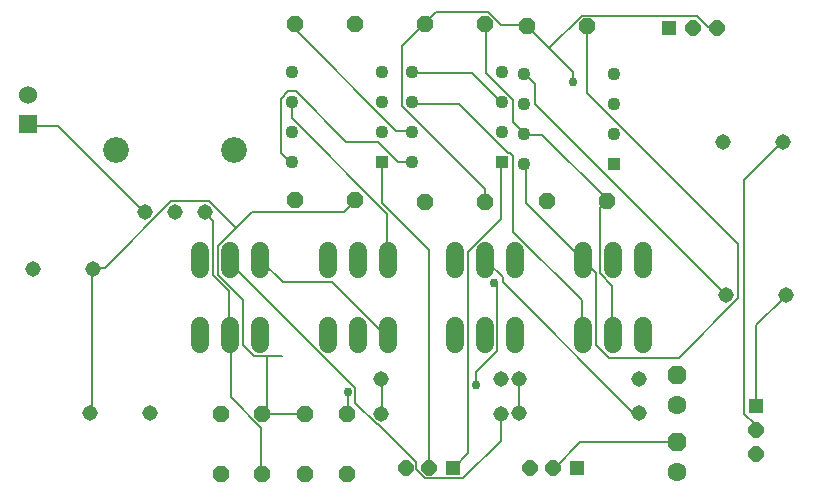
<source format=gbr>
G04 EAGLE Gerber RS-274X export*
G75*
%MOMM*%
%FSLAX34Y34*%
%LPD*%
%INBottom Copper*%
%IPPOS*%
%AMOC8*
5,1,8,0,0,1.08239X$1,22.5*%
G01*
%ADD10C,1.524000*%
%ADD11P,1.429621X8X202.500000*%
%ADD12P,1.429621X8X22.500000*%
%ADD13P,1.732040X8X112.500000*%
%ADD14C,1.600200*%
%ADD15R,1.524000X1.524000*%
%ADD16C,1.524000*%
%ADD17R,1.300000X1.300000*%
%ADD18P,1.407107X8X22.500000*%
%ADD19P,1.407107X8X202.500000*%
%ADD20P,1.407107X8X112.500000*%
%ADD21R,1.108000X1.108000*%
%ADD22C,1.108000*%
%ADD23C,1.308000*%
%ADD24C,2.175000*%
%ADD25P,1.429621X8X112.500000*%
%ADD26C,0.152400*%
%ADD27C,0.756400*%


D10*
X556150Y205920D02*
X556150Y190680D01*
X530750Y190680D02*
X530750Y205920D01*
X505350Y205920D02*
X505350Y190680D01*
X448200Y190680D02*
X448200Y205920D01*
X422800Y205920D02*
X422800Y190680D01*
X397400Y190680D02*
X397400Y205920D01*
X340250Y205920D02*
X340250Y190680D01*
X314850Y190680D02*
X314850Y205920D01*
X289450Y205920D02*
X289450Y190680D01*
X232300Y190680D02*
X232300Y205920D01*
X206900Y205920D02*
X206900Y190680D01*
X181500Y190680D02*
X181500Y205920D01*
D11*
X422500Y247500D03*
X371700Y247500D03*
X422500Y398300D03*
X371700Y398300D03*
X312500Y249100D03*
X261700Y249100D03*
D12*
X261400Y398800D03*
X312200Y398800D03*
D13*
X585200Y101200D03*
D14*
X585200Y75800D03*
D13*
X584740Y44850D03*
D14*
X584740Y19450D03*
D12*
X475050Y248660D03*
X525850Y248660D03*
D11*
X508600Y396400D03*
X457800Y396400D03*
D15*
X35910Y313530D03*
D16*
X35910Y338530D03*
D17*
X395300Y22800D03*
D18*
X375300Y22800D03*
X355300Y22800D03*
D17*
X578700Y395300D03*
D19*
X598700Y395300D03*
X618700Y395300D03*
D17*
X500300Y22600D03*
D18*
X480300Y22600D03*
X460300Y22600D03*
D17*
X651900Y74600D03*
D20*
X651900Y54600D03*
X651900Y34600D03*
D10*
X505350Y127180D02*
X505350Y142420D01*
X530750Y142420D02*
X530750Y127180D01*
X556150Y127180D02*
X556150Y142420D01*
X397400Y142420D02*
X397400Y127180D01*
X422800Y127180D02*
X422800Y142420D01*
X448200Y142420D02*
X448200Y127180D01*
X289450Y127180D02*
X289450Y142420D01*
X314850Y142420D02*
X314850Y127180D01*
X340250Y127180D02*
X340250Y142420D01*
X181500Y142420D02*
X181500Y127180D01*
X206900Y127180D02*
X206900Y142420D01*
X232300Y142420D02*
X232300Y127180D01*
D21*
X334900Y281700D03*
D22*
X334900Y307100D03*
X334900Y332500D03*
X334900Y357900D03*
X258700Y357900D03*
X258700Y332500D03*
X258700Y307100D03*
X258700Y281700D03*
D23*
X552970Y69030D03*
X451370Y69030D03*
X451190Y97970D03*
X552790Y97970D03*
X334810Y97970D03*
X436410Y97970D03*
X436030Y68300D03*
X334430Y68300D03*
D21*
X436900Y281300D03*
D22*
X436900Y306700D03*
X436900Y332100D03*
X436900Y357500D03*
X360700Y357500D03*
X360700Y332100D03*
X360700Y306700D03*
X360700Y281300D03*
D23*
X160300Y239200D03*
X134900Y239200D03*
X185700Y239200D03*
D24*
X110300Y291700D03*
X210300Y291700D03*
D21*
X531900Y279900D03*
D22*
X531900Y305300D03*
X531900Y330700D03*
X531900Y356100D03*
X455700Y356100D03*
X455700Y330700D03*
X455700Y305300D03*
X455700Y279900D03*
D23*
X626900Y168900D03*
X677700Y168900D03*
X623900Y298900D03*
X674700Y298900D03*
X39900Y190800D03*
X90700Y190800D03*
X88200Y68900D03*
X139000Y68900D03*
D25*
X234000Y17600D03*
X234000Y68400D03*
X199000Y17600D03*
X199000Y68400D03*
X270000Y17600D03*
X270000Y68400D03*
X306000Y17600D03*
X306000Y68400D03*
D26*
X259080Y318516D02*
X259080Y332232D01*
X259080Y318516D02*
X339852Y237744D01*
X339852Y199644D01*
X259080Y332232D02*
X258700Y332500D01*
X339852Y199644D02*
X340250Y198300D01*
X339852Y135636D02*
X336804Y135636D01*
X292608Y179832D01*
X251460Y179832D01*
X233172Y198120D01*
X339852Y135636D02*
X340250Y134800D01*
X233172Y198120D02*
X232300Y198300D01*
X335280Y97536D02*
X335280Y68580D01*
X334430Y68300D01*
X335280Y97536D02*
X334810Y97970D01*
X60960Y312420D02*
X36576Y312420D01*
X60960Y312420D02*
X134112Y239268D01*
X36576Y312420D02*
X35910Y313530D01*
X134112Y239268D02*
X134900Y239200D01*
X361188Y330708D02*
X400812Y330708D01*
X441960Y289560D01*
X443484Y289560D01*
X446532Y286512D01*
X446532Y222504D01*
X504444Y164592D01*
X504444Y135636D01*
X361188Y330708D02*
X360700Y332100D01*
X504444Y135636D02*
X505350Y134800D01*
D27*
X429912Y179504D03*
D26*
X414528Y103632D02*
X414528Y92964D01*
X414528Y103632D02*
X432816Y121920D01*
X432816Y176784D01*
X431292Y178308D01*
X429912Y179504D01*
D27*
X414528Y92964D03*
D26*
X547116Y70104D02*
X551688Y70104D01*
X547116Y70104D02*
X437388Y179832D01*
X437388Y184404D01*
X423672Y198120D01*
X551688Y70104D02*
X552970Y69030D01*
X423672Y198120D02*
X422800Y198300D01*
X411480Y356616D02*
X361188Y356616D01*
X411480Y356616D02*
X435864Y332232D01*
X361188Y356616D02*
X360700Y357500D01*
X435864Y332232D02*
X436900Y332100D01*
X237744Y117020D02*
X227728Y117020D01*
X237744Y117020D02*
X250588Y117020D01*
X89916Y71628D02*
X89916Y190500D01*
X89916Y71628D02*
X88392Y70104D01*
X89916Y190500D02*
X90700Y190800D01*
X88392Y70104D02*
X88200Y68900D01*
X237744Y71628D02*
X237744Y117020D01*
X237744Y71628D02*
X234696Y68580D01*
X237744Y117020D02*
X237744Y117348D01*
X234696Y68580D02*
X234000Y68400D01*
X240792Y68580D02*
X269748Y68580D01*
X240792Y68580D02*
X237744Y71628D01*
X269748Y68580D02*
X270000Y68400D01*
X237744Y71628D02*
X234000Y68400D01*
X496824Y348996D02*
X496824Y358140D01*
X477012Y377952D02*
X458724Y396240D01*
X477012Y377952D02*
X496824Y358140D01*
X458724Y396240D02*
X457800Y396400D01*
X422148Y259080D02*
X422148Y248412D01*
X422148Y259080D02*
X352044Y329184D01*
X352044Y379476D01*
X370332Y397764D01*
X422148Y248412D02*
X422500Y247500D01*
X370332Y397764D02*
X371700Y398300D01*
X435864Y397764D02*
X457200Y397764D01*
X435864Y397764D02*
X425196Y408432D01*
X381000Y408432D01*
X371856Y399288D01*
X457200Y397764D02*
X457800Y396400D01*
X371856Y399288D02*
X371700Y398300D01*
X217932Y126492D02*
X227076Y117348D01*
X217932Y126492D02*
X217932Y164592D01*
X196596Y185928D01*
X196596Y210312D01*
X211836Y225552D02*
X225552Y239268D01*
X211836Y225552D02*
X196596Y210312D01*
X225552Y239268D02*
X303276Y239268D01*
X312420Y248412D01*
X227728Y117020D02*
X227076Y117348D01*
X312420Y248412D02*
X312500Y249100D01*
X100584Y192024D02*
X91440Y192024D01*
X100584Y192024D02*
X156972Y248412D01*
X188976Y248412D01*
X211836Y225552D01*
X91440Y192024D02*
X90700Y190800D01*
X611124Y396240D02*
X617220Y396240D01*
X611124Y396240D02*
X601980Y405384D01*
X504444Y405384D01*
X477012Y377952D01*
X617220Y396240D02*
X618700Y395300D01*
D27*
X496824Y348996D03*
D26*
X509016Y339852D02*
X509016Y396240D01*
X509016Y339852D02*
X637032Y211836D01*
X637032Y166116D01*
X586740Y115824D01*
X527304Y115824D01*
X516636Y126492D01*
X516636Y187452D01*
X505968Y198120D01*
X509016Y396240D02*
X508600Y396400D01*
X505350Y198300D02*
X505968Y198120D01*
X457200Y246888D02*
X457200Y278892D01*
X457200Y246888D02*
X504444Y199644D01*
X457200Y278892D02*
X455700Y279900D01*
X504444Y199644D02*
X505350Y198300D01*
X306324Y86868D02*
X306324Y68580D01*
X306000Y68400D01*
X348996Y281940D02*
X359664Y281940D01*
X348996Y281940D02*
X332232Y298704D01*
X304800Y298704D01*
X262128Y341376D01*
X256032Y341376D01*
X249936Y335280D01*
X249936Y289560D01*
X257556Y281940D01*
X359664Y281940D02*
X360700Y281300D01*
X258700Y281700D02*
X257556Y281940D01*
D27*
X306324Y86868D03*
D26*
X457200Y304800D02*
X470916Y304800D01*
X525780Y249936D01*
X457200Y304800D02*
X455700Y305300D01*
X525780Y249936D02*
X525850Y248660D01*
X423672Y356616D02*
X423672Y397764D01*
X423672Y356616D02*
X446532Y333756D01*
X446532Y315468D01*
X455676Y306324D01*
X423672Y397764D02*
X422500Y398300D01*
X455676Y306324D02*
X455700Y305300D01*
X530352Y176784D02*
X530352Y135636D01*
X530352Y176784D02*
X519684Y187452D01*
X519684Y242316D01*
X525780Y248412D01*
X530352Y135636D02*
X530750Y134800D01*
X525780Y248412D02*
X525850Y248660D01*
X205740Y172212D02*
X205740Y135636D01*
X205740Y172212D02*
X192024Y185928D01*
X192024Y231648D01*
X185928Y237744D01*
X205740Y135636D02*
X206900Y134800D01*
X185928Y237744D02*
X185700Y239200D01*
X233172Y56388D02*
X233172Y18288D01*
X233172Y56388D02*
X207264Y82296D01*
X207264Y134112D01*
X233172Y18288D02*
X234000Y17600D01*
X207264Y134112D02*
X206900Y134800D01*
X347472Y307848D02*
X359664Y307848D01*
X347472Y307848D02*
X262128Y393192D01*
X262128Y397764D01*
X359664Y307848D02*
X360700Y306700D01*
X262128Y397764D02*
X261400Y398800D01*
X502920Y44196D02*
X481584Y22860D01*
X502920Y44196D02*
X583692Y44196D01*
X481584Y22860D02*
X480300Y22600D01*
X583692Y44196D02*
X584740Y44850D01*
X626364Y169164D02*
X464820Y330708D01*
X464820Y347472D01*
X457200Y355092D01*
X626364Y169164D02*
X626900Y168900D01*
X457200Y355092D02*
X455700Y356100D01*
X650748Y59436D02*
X650748Y54864D01*
X650748Y59436D02*
X641604Y68580D01*
X641604Y266700D01*
X673608Y298704D01*
X650748Y54864D02*
X651900Y54600D01*
X673608Y298704D02*
X674700Y298900D01*
X652272Y143256D02*
X652272Y74676D01*
X652272Y143256D02*
X676656Y167640D01*
X652272Y74676D02*
X651900Y74600D01*
X676656Y167640D02*
X677700Y168900D01*
X435864Y67056D02*
X435864Y45720D01*
X403860Y13716D01*
X371856Y13716D01*
X364236Y21336D01*
X364236Y27432D01*
X332232Y59436D01*
X330708Y59436D01*
X312420Y77724D01*
X312420Y89916D01*
X207264Y195072D01*
X207264Y198120D01*
X436030Y68300D02*
X435864Y67056D01*
X207264Y198120D02*
X206900Y198300D01*
X451104Y97536D02*
X451104Y70104D01*
X451104Y97536D02*
X451190Y97970D01*
X451104Y70104D02*
X451370Y69030D01*
X435864Y233172D02*
X435864Y280416D01*
X435864Y233172D02*
X408432Y205740D01*
X408432Y35052D01*
X396240Y22860D01*
X435864Y280416D02*
X436900Y281300D01*
X396240Y22860D02*
X395300Y22800D01*
X335280Y246888D02*
X335280Y280416D01*
X335280Y246888D02*
X374904Y207264D01*
X374904Y22860D01*
X335280Y280416D02*
X334900Y281700D01*
X374904Y22860D02*
X375300Y22800D01*
M02*

</source>
